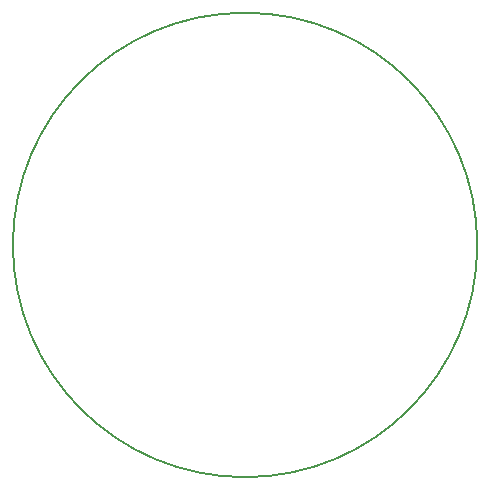
<source format=gm1>
G04*
G04 #@! TF.GenerationSoftware,Altium Limited,Altium Designer,22.6.1 (34)*
G04*
G04 Layer_Color=16711935*
%FSLAX44Y44*%
%MOMM*%
G71*
G04*
G04 #@! TF.SameCoordinates,74DF644D-C5CC-47E8-8FD8-F3D1935BC2B4*
G04*
G04*
G04 #@! TF.FilePolarity,Positive*
G04*
G01*
G75*
%ADD12C,0.2000*%
D12*
X903478Y560832D02*
G03*
X903478Y560832I-196596J0D01*
G01*
D02*
G03*
X903478Y560832I-196596J0D01*
G01*
M02*

</source>
